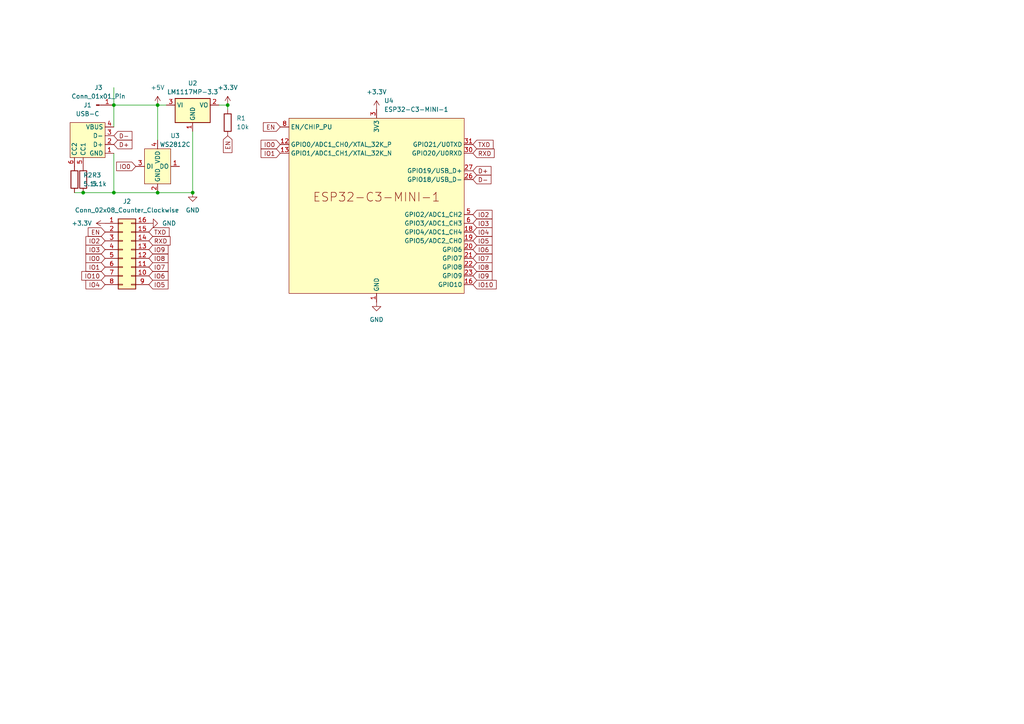
<source format=kicad_sch>
(kicad_sch (version 20230121) (generator eeschema)
  (paper "A4")
  (lib_symbols
    (symbol "Connector:Conn_01x01_Pin" (pin_names (offset 1.016) hide)
      (property "Reference" "J" (at 0 2.54 0))
      (property "Value" "Conn_01x01_Pin" (at 0 -2.54 0))
      (symbol "Conn_01x01_Pin_1_1"
        (polyline (pts (xy 1.27 0) (xy 0.8636 0)) (stroke (width 0.1524)))
        (rectangle (start 0.8636 0.127) (end 0 -0.127) (stroke (width 0.1524)) (fill (type outline)))
        (pin passive line (at 5.08 0 180) (length 3.81) (name "Pin_1") (number "1"))
      )
    )
    (symbol "Connector_Generic:Conn_02x08_Counter_Clockwise" (pin_names (offset 1.016) hide)
      (property "Reference" "J" (at 1.27 10.16 0))
      (property "Value" "Conn_02x08_Counter_Clockwise" (at 1.27 -12.7 0))
      (symbol "Conn_02x08_Counter_Clockwise_1_1"
        (rectangle (start -1.27 -10.033) (end 0 -10.287) (stroke (width 0.1524)))
        (rectangle (start -1.27 -7.493) (end 0 -7.747) (stroke (width 0.1524)))
        (rectangle (start -1.27 -4.953) (end 0 -5.207) (stroke (width 0.1524)))
        (rectangle (start -1.27 -2.413) (end 0 -2.667) (stroke (width 0.1524)))
        (rectangle (start -1.27 0.127) (end 0 -0.127) (stroke (width 0.1524)))
        (rectangle (start -1.27 2.667) (end 0 2.413) (stroke (width 0.1524)))
        (rectangle (start -1.27 5.207) (end 0 4.953) (stroke (width 0.1524)))
        (rectangle (start -1.27 7.747) (end 0 7.493) (stroke (width 0.1524)))
        (rectangle (start -1.27 8.89) (end 3.81 -11.43) (stroke (width 0.254)) (fill (type background)))
        (rectangle (start 3.81 -10.033) (end 2.54 -10.287) (stroke (width 0.1524)))
        (rectangle (start 3.81 -7.493) (end 2.54 -7.747) (stroke (width 0.1524)))
        (rectangle (start 3.81 -4.953) (end 2.54 -5.207) (stroke (width 0.1524)))
        (rectangle (start 3.81 -2.413) (end 2.54 -2.667) (stroke (width 0.1524)))
        (rectangle (start 3.81 0.127) (end 2.54 -0.127) (stroke (width 0.1524)))
        (rectangle (start 3.81 2.667) (end 2.54 2.413) (stroke (width 0.1524)))
        (rectangle (start 3.81 5.207) (end 2.54 4.953) (stroke (width 0.1524)))
        (rectangle (start 3.81 7.747) (end 2.54 7.493) (stroke (width 0.1524)))
        (pin passive line (at -5.08 7.62 0) (length 3.81) (name "Pin_1") (number "1"))
        (pin passive line (at 7.62 -7.62 180) (length 3.81) (name "Pin_10") (number "10"))
        (pin passive line (at 7.62 -5.08 180) (length 3.81) (name "Pin_11") (number "11"))
        (pin passive line (at 7.62 -2.54 180) (length 3.81) (name "Pin_12") (number "12"))
        (pin passive line (at 7.62 0 180) (length 3.81) (name "Pin_13") (number "13"))
        (pin passive line (at 7.62 2.54 180) (length 3.81) (name "Pin_14") (number "14"))
        (pin passive line (at 7.62 5.08 180) (length 3.81) (name "Pin_15") (number "15"))
        (pin passive line (at 7.62 7.62 180) (length 3.81) (name "Pin_16") (number "16"))
        (pin passive line (at -5.08 5.08 0) (length 3.81) (name "Pin_2") (number "2"))
        (pin passive line (at -5.08 2.54 0) (length 3.81) (name "Pin_3") (number "3"))
        (pin passive line (at -5.08 0 0) (length 3.81) (name "Pin_4") (number "4"))
        (pin passive line (at -5.08 -2.54 0) (length 3.81) (name "Pin_5") (number "5"))
        (pin passive line (at -5.08 -5.08 0) (length 3.81) (name "Pin_6") (number "6"))
        (pin passive line (at -5.08 -7.62 0) (length 3.81) (name "Pin_7") (number "7"))
        (pin passive line (at -5.08 -10.16 0) (length 3.81) (name "Pin_8") (number "8"))
        (pin passive line (at 7.62 -10.16 180) (length 3.81) (name "Pin_9") (number "9"))
      )
    )
    (symbol "Device:R" (pin_numbers hide) (pin_names (offset 0))
      (property "Reference" "R" (at 2.032 0 90))
      (property "Value" "R" (at 0 0 90))
      (symbol "R_0_1"
        (rectangle (start -1.016 -2.54) (end 1.016 2.54) (stroke (width 0.254)))
      )
      (symbol "R_1_1"
        (pin passive line (at 0 3.81 270) (length 1.27) (name "~") (number "1"))
        (pin passive line (at 0 -3.81 90) (length 1.27) (name "~") (number "2"))
      )
    )
    (symbol "Espressif:ESP32-C3-MINI-1"
      (property "Reference" "U" (at -25.4 30.48 0))
      (property "Value" "ESP32-C3-MINI-1" (at -25.4 27.94 0))
      (symbol "ESP32-C3-MINI-1_0_0"
        (text "ESP32-C3-MINI-1" (at 0 2.54 0) (effects (font (size 2.54 2.54))))
      )
      (symbol "ESP32-C3-MINI-1_0_1"
        (rectangle (start -25.4 25.4) (end 25.4 -25.4) (fill (type background)))
      )
      (symbol "ESP32-C3-MINI-1_1_1"
        (pin power_in line (at 0 -27.94 90) (length 2.54) (name "GND") (number "1"))
        (pin no_connect line (at -25.4 2.54 0) (length 2.54) hide (name "NC") (number "10"))
        (pin passive line (at 0 -27.94 90) (length 2.54) hide (name "GND") (number "11"))
        (pin bidirectional line (at -27.94 17.78 0) (length 2.54) (name "GPIO0/ADC1_CH0/XTAL_32K_P") (number "12"))
        (pin bidirectional line (at -27.94 15.24 0) (length 2.54) (name "GPIO1/ADC1_CH1/XTAL_32K_N") (number "13"))
        (pin passive line (at 0 -27.94 90) (length 2.54) hide (name "GND") (number "14"))
        (pin no_connect line (at -25.4 0 0) (length 2.54) hide (name "NC") (number "15"))
        (pin bidirectional line (at 27.94 -22.86 180) (length 2.54) (name "GPIO10") (number "16"))
        (pin no_connect line (at -25.4 -2.54 0) (length 2.54) hide (name "NC") (number "17"))
        (pin bidirectional line (at 27.94 -7.62 180) (length 2.54) (name "GPIO4/ADC1_CH4") (number "18"))
        (pin bidirectional line (at 27.94 -10.16 180) (length 2.54) (name "GPIO5/ADC2_CH0") (number "19"))
        (pin passive line (at 0 -27.94 90) (length 2.54) hide (name "GND") (number "2"))
        (pin bidirectional line (at 27.94 -12.7 180) (length 2.54) (name "GPIO6") (number "20"))
        (pin bidirectional line (at 27.94 -15.24 180) (length 2.54) (name "GPIO7") (number "21"))
        (pin bidirectional line (at 27.94 -17.78 180) (length 2.54) (name "GPIO8") (number "22"))
        (pin bidirectional line (at 27.94 -20.32 180) (length 2.54) (name "GPIO9") (number "23"))
        (pin no_connect line (at -25.4 -5.08 0) (length 2.54) hide (name "NC") (number "24"))
        (pin no_connect line (at -25.4 -7.62 0) (length 2.54) hide (name "NC") (number "25"))
        (pin bidirectional line (at 27.94 7.62 180) (length 2.54) (name "GPIO18/USB_D-") (number "26"))
        (pin bidirectional line (at 27.94 10.16 180) (length 2.54) (name "GPIO19/USB_D+") (number "27"))
        (pin no_connect line (at -25.4 -10.16 0) (length 2.54) hide (name "NC") (number "28"))
        (pin no_connect line (at -25.4 -12.7 0) (length 2.54) hide (name "NC") (number "29"))
        (pin power_in line (at 0 27.94 270) (length 2.54) (name "3V3") (number "3"))
        (pin bidirectional line (at 27.94 15.24 180) (length 2.54) (name "GPIO20/U0RXD") (number "30"))
        (pin bidirectional line (at 27.94 17.78 180) (length 2.54) (name "GPIO21/U0TXD") (number "31"))
        (pin no_connect line (at -25.4 -15.24 0) (length 2.54) hide (name "NC") (number "32"))
        (pin no_connect line (at -25.4 -17.78 0) (length 2.54) hide (name "NC") (number "33"))
        (pin no_connect line (at -25.4 -20.32 0) (length 2.54) hide (name "NC") (number "34"))
        (pin no_connect line (at -25.4 -22.86 0) (length 2.54) hide (name "NC") (number "35"))
        (pin passive line (at 0 -27.94 90) (length 2.54) hide (name "GND") (number "36"))
        (pin passive line (at 0 -27.94 90) (length 2.54) hide (name "GND") (number "37"))
        (pin passive line (at 0 -27.94 90) (length 2.54) hide (name "GND") (number "38"))
        (pin passive line (at 0 -27.94 90) (length 2.54) hide (name "GND") (number "39"))
        (pin no_connect line (at -25.4 10.16 0) (length 2.54) hide (name "NC") (number "4"))
        (pin passive line (at 0 -27.94 90) (length 2.54) hide (name "GND") (number "40"))
        (pin passive line (at 0 -27.94 90) (length 2.54) hide (name "GND") (number "41"))
        (pin passive line (at 0 -27.94 90) (length 2.54) hide (name "GND") (number "42"))
        (pin passive line (at 0 -27.94 90) (length 2.54) hide (name "GND") (number "43"))
        (pin passive line (at 0 -27.94 90) (length 2.54) hide (name "GND") (number "44"))
        (pin passive line (at 0 -27.94 90) (length 2.54) hide (name "GND") (number "45"))
        (pin passive line (at 0 -27.94 90) (length 2.54) hide (name "GND") (number "46"))
        (pin passive line (at 0 -27.94 90) (length 2.54) hide (name "GND") (number "47"))
        (pin passive line (at 0 -27.94 90) (length 2.54) hide (name "GND") (number "48"))
        (pin passive line (at 0 -27.94 90) (length 2.54) hide (name "GND") (number "49"))
        (pin bidirectional line (at 27.94 -2.54 180) (length 2.54) (name "GPIO2/ADC1_CH2") (number "5"))
        (pin passive line (at 0 -27.94 90) (length 2.54) hide (name "GND") (number "50"))
        (pin passive line (at 0 -27.94 90) (length 2.54) hide (name "GND") (number "51"))
        (pin passive line (at 0 -27.94 90) (length 2.54) hide (name "GND") (number "52"))
        (pin passive line (at 0 -27.94 90) (length 2.54) hide (name "GND") (number "53"))
        (pin bidirectional line (at 27.94 -5.08 180) (length 2.54) (name "GPIO3/ADC1_CH3") (number "6"))
        (pin no_connect line (at -25.4 7.62 0) (length 2.54) hide (name "NC") (number "7"))
        (pin input line (at -27.94 22.86 0) (length 2.54) (name "EN/CHIP_PU") (number "8"))
        (pin no_connect line (at -25.4 5.08 0) (length 2.54) hide (name "NC") (number "9"))
      )
    )
    (symbol "Library:USB-C"
      (property "Reference" "J2" (at 0 6.35 0))
      (property "Value" "USB-C" (at 7.62 0 0))
      (symbol "USB-C_1_1"
        (rectangle (start -5.08 5.08) (end 5.08 -5.08) (fill (type background)))
        (pin power_in line (at 7.62 -3.81 180) (length 2.54) (name "GND") (number "1"))
        (pin bidirectional line (at 7.62 -1.27 180) (length 2.54) (name "D+") (number "2"))
        (pin bidirectional line (at 7.62 1.27 180) (length 2.54) (name "D-") (number "3"))
        (pin power_in line (at 7.62 3.81 180) (length 2.54) (name "VBUS") (number "4"))
        (pin bidirectional line (at -1.27 -7.62 90) (length 2.54) (name "CC1") (number "5"))
        (pin bidirectional line (at -3.81 -7.62 90) (length 2.54) (name "CC2") (number "6"))
      )
    )
    (symbol "Library:WS2812C-2020"
      (property "Reference" "U" (at 5.08 8.89 0))
      (property "Value" "WS2812C" (at 5.08 6.35 0))
      (symbol "WS2812C-2020_1_1"
        (rectangle (start -3.81 5.08) (end 3.81 -5.08) (fill (type background)))
        (pin input line (at 6.35 0 180) (length 2.54) (name "DO") (number "1"))
        (pin power_in line (at 0 -7.62 90) (length 2.54) (name "GND") (number "2"))
        (pin input line (at -6.35 0 0) (length 2.54) (name "DI") (number "3"))
        (pin power_in line (at 0 7.62 270) (length 2.54) (name "VDD") (number "4"))
      )
    )
    (symbol "Regulator_Linear:LM1117MP-3.3"
      (property "Reference" "U" (at -3.81 3.175 0))
      (property "Value" "LM1117MP-3.3" (at 0 3.175 0))
      (symbol "LM1117MP-3.3_0_1"
        (rectangle (start -5.08 -5.08) (end 5.08 1.905) (stroke (width 0.254)) (fill (type background)))
      )
      (symbol "LM1117MP-3.3_1_1"
        (pin power_in line (at 0 -7.62 90) (length 2.54) (name "GND") (number "1"))
        (pin power_out line (at 7.62 0 180) (length 2.54) (name "VO") (number "2"))
        (pin power_in line (at -7.62 0 0) (length 2.54) (name "VI") (number "3"))
      )
    )
    (symbol "power:+3.3V" (power) (pin_names (offset 0))
      (property "Value" "+3.3V" (at 0 3.556 0))
      (symbol "+3.3V_0_1"
        (polyline (pts (xy -0.762 1.27) (xy 0 2.54)))
        (polyline (pts (xy 0 0) (xy 0 2.54)))
        (polyline (pts (xy 0 2.54) (xy 0.762 1.27)))
      )
      (symbol "+3.3V_1_1"
        (pin power_in line (at 0 0 90) (length 0) hide (name "+3.3V") (number "1"))
      )
    )
    (symbol "power:+5V" (power) (pin_names (offset 0))
      (property "Value" "+5V" (at 0 3.556 0))
      (symbol "+5V_0_1"
        (polyline (pts (xy -0.762 1.27) (xy 0 2.54)))
        (polyline (pts (xy 0 0) (xy 0 2.54)))
        (polyline (pts (xy 0 2.54) (xy 0.762 1.27)))
      )
      (symbol "+5V_1_1"
        (pin power_in line (at 0 0 90) (length 0) hide (name "+5V") (number "1"))
      )
    )
    (symbol "power:GND" (power) (pin_names (offset 0))
      (property "Value" "GND" (at 0 -3.81 0))
      (symbol "GND_0_1"
        (polyline (pts (xy 0 0) (xy 0 -1.27) (xy 1.27 -1.27) (xy 0 -2.54) (xy -1.27 -1.27) (xy 0 -1.27)))
      )
      (symbol "GND_1_1"
        (pin power_in line (at 0 0 270) (length 0) hide (name "GND") (number "1"))
      )
    )
  )
  (junction (at 45.72 55.88))
  (junction (at 55.88 55.88))
  (junction (at 33.02 55.88))
  (junction (at 66.04 30.48))
  (junction (at 33.02 30.48))
  (junction (at 45.72 30.48))
  (junction (at 24.13 55.88))
  (wire (pts (xy 33.02 55.88) (xy 45.72 55.88)))
  (wire (pts (xy 21.59 55.88) (xy 24.13 55.88)))
  (wire (pts (xy 33.02 30.48) (xy 33.02 25.4)))
  (wire (pts (xy 33.02 30.48) (xy 33.02 36.83)))
  (wire (pts (xy 24.13 55.88) (xy 33.02 55.88)))
  (wire (pts (xy 63.5 30.48) (xy 66.04 30.48)))
  (wire (pts (xy 45.72 55.88) (xy 55.88 55.88)))
  (wire (pts (xy 33.02 44.45) (xy 33.02 55.88)))
  (wire (pts (xy 45.72 30.48) (xy 48.26 30.48)))
  (wire (pts (xy 55.88 38.1) (xy 55.88 55.88)))
  (wire (pts (xy 66.04 31.75) (xy 66.04 30.48)))
  (wire (pts (xy 45.72 40.64) (xy 45.72 30.48)))
  (wire (pts (xy 33.02 30.48) (xy 45.72 30.48)))
  (global_label "IO10" (shape input) (at 137.16 82.55 0) (property "Intersheetrefs" "${INTERSHEET_REFS}" (effects hide)))
  (global_label "EN" (shape input) (at 66.04 39.37 270) (property "Intersheetrefs" "${INTERSHEET_REFS}" (effects hide)))
  (global_label "IO4" (shape input) (at 137.16 67.31 0) (property "Intersheetrefs" "${INTERSHEET_REFS}" (effects hide)))
  (global_label "IO2" (shape input) (at 137.16 62.23 0) (property "Intersheetrefs" "${INTERSHEET_REFS}" (effects hide)))
  (global_label "TXD" (shape input) (at 43.18 67.31 0) (property "Intersheetrefs" "${INTERSHEET_REFS}" (effects hide)))
  (global_label "IO7" (shape input) (at 43.18 77.47 0) (property "Intersheetrefs" "${INTERSHEET_REFS}" (effects hide)))
  (global_label "D-" (shape input) (at 33.02 39.37 0) (property "Intersheetrefs" "${INTERSHEET_REFS}" (effects hide)))
  (global_label "EN" (shape input) (at 81.28 36.83 180) (property "Intersheetrefs" "${INTERSHEET_REFS}" (effects hide)))
  (global_label "D+" (shape input) (at 137.16 49.53 0) (property "Intersheetrefs" "${INTERSHEET_REFS}" (effects hide)))
  (global_label "RXD" (shape input) (at 137.16 44.45 0) (property "Intersheetrefs" "${INTERSHEET_REFS}" (effects hide)))
  (global_label "RXD" (shape input) (at 43.18 69.85 0) (property "Intersheetrefs" "${INTERSHEET_REFS}" (effects hide)))
  (global_label "IO0" (shape input) (at 81.28 41.91 180) (property "Intersheetrefs" "${INTERSHEET_REFS}" (effects hide)))
  (global_label "IO4" (shape input) (at 30.48 82.55 180) (property "Intersheetrefs" "${INTERSHEET_REFS}" (effects hide)))
  (global_label "IO1" (shape input) (at 30.48 77.47 180) (property "Intersheetrefs" "${INTERSHEET_REFS}" (effects hide)))
  (global_label "IO10" (shape input) (at 30.48 80.01 180) (property "Intersheetrefs" "${INTERSHEET_REFS}" (effects hide)))
  (global_label "IO3" (shape input) (at 30.48 72.39 180) (property "Intersheetrefs" "${INTERSHEET_REFS}" (effects hide)))
  (global_label "TXD" (shape input) (at 137.16 41.91 0) (property "Intersheetrefs" "${INTERSHEET_REFS}" (effects hide)))
  (global_label "IO5" (shape input) (at 43.18 82.55 0) (property "Intersheetrefs" "${INTERSHEET_REFS}" (effects hide)))
  (global_label "IO9" (shape input) (at 137.16 80.01 0) (property "Intersheetrefs" "${INTERSHEET_REFS}" (effects hide)))
  (global_label "D-" (shape input) (at 137.16 52.07 0) (property "Intersheetrefs" "${INTERSHEET_REFS}" (effects hide)))
  (global_label "IO5" (shape input) (at 137.16 69.85 0) (property "Intersheetrefs" "${INTERSHEET_REFS}" (effects hide)))
  (global_label "IO6" (shape input) (at 137.16 72.39 0) (property "Intersheetrefs" "${INTERSHEET_REFS}" (effects hide)))
  (global_label "IO8" (shape input) (at 43.18 74.93 0) (property "Intersheetrefs" "${INTERSHEET_REFS}" (effects hide)))
  (global_label "IO0" (shape input) (at 30.48 74.93 180) (property "Intersheetrefs" "${INTERSHEET_REFS}" (effects hide)))
  (global_label "IO3" (shape input) (at 137.16 64.77 0) (property "Intersheetrefs" "${INTERSHEET_REFS}" (effects hide)))
  (global_label "EN" (shape input) (at 30.48 67.31 180) (property "Intersheetrefs" "${INTERSHEET_REFS}" (effects hide)))
  (global_label "IO1" (shape input) (at 81.28 44.45 180) (property "Intersheetrefs" "${INTERSHEET_REFS}" (effects hide)))
  (global_label "IO8" (shape input) (at 137.16 77.47 0) (property "Intersheetrefs" "${INTERSHEET_REFS}" (effects hide)))
  (global_label "IO7" (shape input) (at 137.16 74.93 0) (property "Intersheetrefs" "${INTERSHEET_REFS}" (effects hide)))
  (global_label "IO0" (shape input) (at 39.37 48.26 180) (property "Intersheetrefs" "${INTERSHEET_REFS}" (effects hide)))
  (global_label "IO6" (shape input) (at 43.18 80.01 0) (property "Intersheetrefs" "${INTERSHEET_REFS}" (effects hide)))
  (global_label "IO9" (shape input) (at 43.18 72.39 0) (property "Intersheetrefs" "${INTERSHEET_REFS}" (effects hide)))
  (global_label "IO2" (shape input) (at 30.48 69.85 180) (property "Intersheetrefs" "${INTERSHEET_REFS}" (effects hide)))
  (global_label "D+" (shape input) (at 33.02 41.91 0) (property "Intersheetrefs" "${INTERSHEET_REFS}" (effects hide)))
  (symbol (lib_id "Device:R") (at 66.04 35.56 0) (unit 1)
    (property "Reference" "R1" (at 68.58 34.29 0) (effects (justify left)))
    (property "Value" "10k" (at 68.58 36.83 0) (effects (justify left)))
    (property "Footprint" "Resistor_SMD:R_0603_1608Metric" (effects hide))
  )
  (symbol (lib_id "power:GND") (at 109.22 87.63 0) (unit 1)
    (property "Reference" "#PWR06" (effects hide))
    (property "Value" "GND" (at 109.22 92.71 0))
  )
  (symbol (lib_id "Espressif:ESP32-C3-MINI-1") (at 109.22 59.69 0) (unit 1)
    (property "Reference" "U4" (at 111.4141 29.21 0) (effects (justify left)))
    (property "Value" "ESP32-C3-MINI-1" (at 111.4141 31.75 0) (effects (justify left)))
    (property "Footprint" "PCM_Espressif:ESP32-C3-MINI-1" (effects hide))
    (property "Datasheet" "https://www.espressif.com/sites/default/files/documentation/esp32-c3-mini-1_datasheet_en.pdf" (effects hide))
  )
  (symbol (lib_id "Connector:Conn_01x01_Pin") (at 27.94 30.48 0) (unit 1)
    (property "Reference" "J3" (at 28.575 25.4 0))
    (property "Value" "Conn_01x01_Pin" (at 28.575 27.94 0))
    (property "Footprint" "Connector_PinHeader_2.54mm:PinHeader_1x01_P2.54mm_Vertical" (effects hide))
  )
  (symbol (lib_id "Library:USB-C") (at 25.4 40.64 0) (unit 1)
    (property "Reference" "J1" (at 25.4 30.48 0))
    (property "Value" "USB-C" (at 25.4 33.02 0))
    (property "Footprint" "Library:USB-C" (effects hide))
  )
  (symbol (lib_id "power:+3.3V") (at 66.04 30.48 0) (unit 1)
    (property "Reference" "#PWR02" (effects hide))
    (property "Value" "+3.3V" (at 66.04 25.4 0))
  )
  (symbol (lib_id "Library:WS2812C-2020") (at 45.72 48.26 0) (unit 1)
    (property "Reference" "U3" (at 50.8 39.37 0))
    (property "Value" "WS2812C" (at 50.8 41.91 0))
    (property "Footprint" "Library:WS2812C-2020" (effects hide))
  )
  (symbol (lib_id "Regulator_Linear:LM1117MP-3.3") (at 55.88 30.48 0) (unit 1)
    (property "Reference" "U2" (at 55.88 24.13 0))
    (property "Value" "LM1117MP-3.3" (at 55.88 26.67 0))
    (property "Footprint" "Package_TO_SOT_SMD:SOT-223-3_TabPin2" (effects hide))
    (property "Datasheet" "http://www.ti.com/lit/ds/symlink/lm1117.pdf" (effects hide))
  )
  (symbol (lib_id "Connector_Generic:Conn_02x08_Counter_Clockwise") (at 35.56 72.39 0) (unit 1)
    (property "Reference" "J2" (at 36.83 58.42 0))
    (property "Value" "Conn_02x08_Counter_Clockwise" (at 36.83 60.96 0))
    (property "Footprint" "Package_DIP:DIP-16_W10.16mm" (effects hide))
  )
  (symbol (lib_id "Device:R") (at 24.13 52.07 0) (unit 1)
    (property "Reference" "R3" (at 26.67 50.8 0) (effects (justify left)))
    (property "Value" "5.1k" (at 26.67 53.34 0) (effects (justify left)))
    (property "Footprint" "Resistor_SMD:R_0603_1608Metric" (effects hide))
  )
  (symbol (lib_id "Device:R") (at 21.59 52.07 0) (unit 1)
    (property "Reference" "R2" (at 24.13 50.8 0) (effects (justify left)))
    (property "Value" "5.1k" (at 24.13 53.34 0) (effects (justify left)))
    (property "Footprint" "Resistor_SMD:R_0603_1608Metric" (effects hide))
  )
  (symbol (lib_id "power:+3.3V") (at 109.22 31.75 0) (unit 1)
    (property "Reference" "#PWR07" (effects hide))
    (property "Value" "+3.3V" (at 109.22 26.67 0))
  )
  (symbol (lib_id "power:+3.3V") (at 30.48 64.77 90) (unit 1)
    (property "Reference" "#PWR05" (effects hide))
    (property "Value" "+3.3V" (at 26.67 64.77 90) (effects (justify left)))
  )
  (symbol (lib_id "power:GND") (at 55.88 55.88 0) (unit 1)
    (property "Reference" "#PWR03" (effects hide))
    (property "Value" "GND" (at 55.88 60.96 0))
  )
  (symbol (lib_id "power:GND") (at 43.18 64.77 90) (unit 1)
    (property "Reference" "#PWR04" (effects hide))
    (property "Value" "GND" (at 46.99 64.77 90) (effects (justify right)))
  )
  (symbol (lib_id "power:+5V") (at 45.72 30.48 0) (unit 1)
    (property "Reference" "#PWR01" (effects hide))
    (property "Value" "+5V" (at 45.72 25.4 0))
  )
)
</source>
